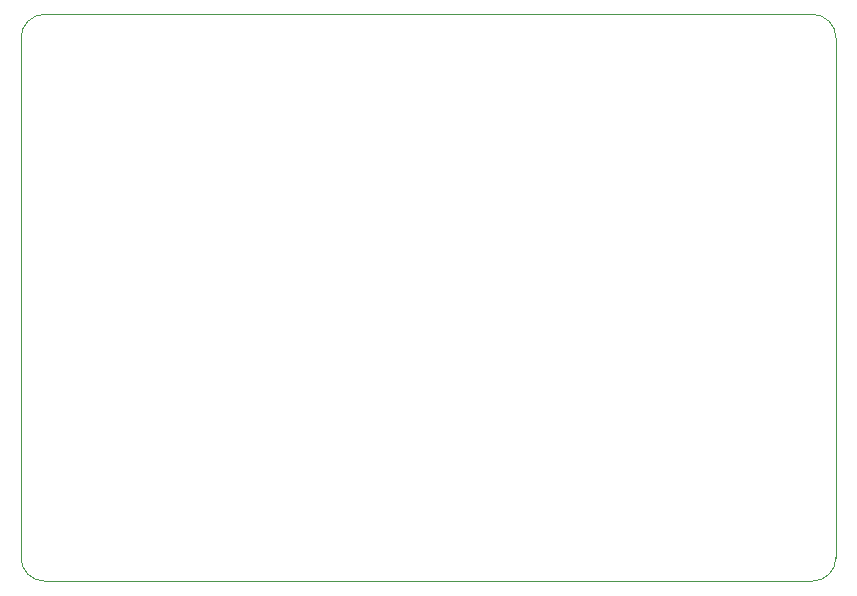
<source format=gm1>
G04 #@! TF.GenerationSoftware,KiCad,Pcbnew,(6.0.8)*
G04 #@! TF.CreationDate,2022-11-26T10:26:46-06:00*
G04 #@! TF.ProjectId,photo_switching,70686f74-6f5f-4737-9769-746368696e67,rev?*
G04 #@! TF.SameCoordinates,Original*
G04 #@! TF.FileFunction,Profile,NP*
%FSLAX46Y46*%
G04 Gerber Fmt 4.6, Leading zero omitted, Abs format (unit mm)*
G04 Created by KiCad (PCBNEW (6.0.8)) date 2022-11-26 10:26:46*
%MOMM*%
%LPD*%
G01*
G04 APERTURE LIST*
G04 #@! TA.AperFunction,Profile*
%ADD10C,0.100000*%
G04 #@! TD*
G04 APERTURE END LIST*
D10*
X153828000Y-64232000D02*
G75*
G03*
X151828000Y-62232000I-2000000J0D01*
G01*
X151828000Y-62232000D02*
X86828000Y-62232000D01*
X153828000Y-108232000D02*
X153828000Y-64232000D01*
X84828000Y-108232000D02*
G75*
G03*
X86828000Y-110232000I2000000J0D01*
G01*
X86828000Y-110232000D02*
X151828000Y-110232000D01*
X84828000Y-64232000D02*
X84828000Y-108232000D01*
X151828000Y-110232000D02*
G75*
G03*
X153828000Y-108232000I0J2000000D01*
G01*
X86828000Y-62232000D02*
G75*
G03*
X84828000Y-64232000I0J-2000000D01*
G01*
M02*

</source>
